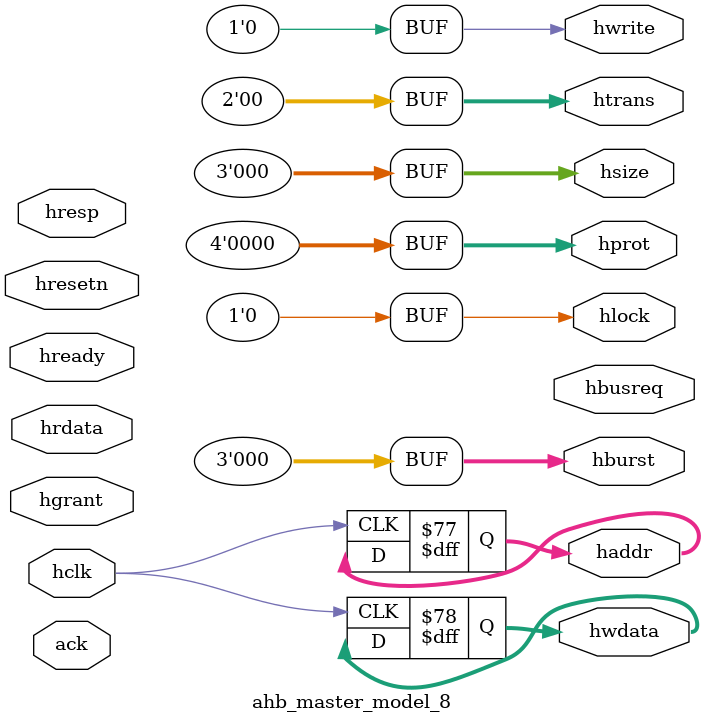
<source format=v>
`include "timescale.v"

module ahb_master_model_8(hclk,hresetn,hlock,haddr,hburst,hbusreq,hgrant,hprot,hrdata,hready,hresp,hsize,htrans,hwdata,hwrite,ack);
   parameter dwidth=32;
   parameter awidth=32;

   input hclk,hresetn;
   output [awidth-1:0] haddr;
   output [2:0]        hburst;
   output 	       hbusreq;
   input 	       hgrant;
   output 	       hlock;
   output [3:0]        hprot;
   input [dwidth-1:0]  hrdata;
   input 	       hready;
   input [1:0] 	       hresp;
   output [2:0]        hsize;
   output [1:0]        htrans;
   output [dwidth-1:0] hwdata;
   output 	       hwrite;
   input 	       ack;
   

   reg 		       trans;
   reg 		       delay;
   reg 		       count;
   reg [dwidth-1:0]    q;
   reg [awidth-1:0]    haddr;
   reg [2:0] 	       hburst;
   //reg hbusreq;
   reg 		       hlock;
   reg [3:0] 	       hprot;
   reg [2:0] 	       hsize;
   reg [1:0] 	       htrans;
   reg [dwidth-1:0]    hwdata;
   wire [awidth-1:0]   a;
   wire [dwidth-1:0]   d;
   reg [dwidth-1:0]    rdata;
   reg 		       hwrite;
   
   wire [dwidth-1:0]   hrdata;
   reg [31:0] 	       pre_add;
   reg [31:0] 	       next_add;
   reg [31:0] 	       latch_addr;
   //reg ack;

   parameter single = 3'b000;
   parameter incr = 3'b100;

   parameter okay =  2'b00,
     error = 2'b01,
     split = 2'b10,
     retry = 2'b11;

   parameter Burst_size_4 = 3'b000,
     Burst_size_8 = 3'b001,
     Burst_size_16 = 3'b010;

   /*  parameter PRER_LO = 3'b000;
    parameter PRER_HI = 3'b001;
    parameter CTR     = 3'b010;
    parameter RXR     = 3'b011;
    parameter TXR     = 3'b011;
    parameter CR      = 3'b100;
    parameter SR      = 3'b100;
    */
   initial
     begin

	haddr = {awidth{1'b0}};
	hburst = single;
	hlock = 1'b0 ;
	hprot = 4'b0000;
	hwdata = {dwidth{1'bx}} ;
	hsize = Burst_size_4;
	htrans = 2'b00 ;
	hwrite = 1'b0 ;
	$display("\n Info : ahb_master_model instantiated (%m) \n");
	
     end 

   always @(posedge hclk)
     begin
	if(hwrite == 1 )
	  begin
	     count = 0;
	     case({htrans})
	       2'b00: begin
		  if(hready == 1 && hresp == 0 )
		    begin
		       haddr = a;
		       hwdata = d;
		    end
	       end
	       2'b01:;
	       2'b10:;
	       2'b11:;
	       
	     endcase // case ({htrans})
	  end // if (hwrite == 1)
	if (hwrite == 0 )
	  begin
	     count = 0;
	     case({htrans})
	       2'b00:begin
		  if(!hready)
		    begin
		       rdata = hrdata;
		    end
	       end
	     endcase // case ({htrans})
	  end // if (hwrite == 0 )
     end  
endmodule // ahb_master_model_8






/*
 

 task ahb_write(input delay,input [awidth-1:0] a,input [dwidth-1:0] d);

 begin
 assign hwrite = 1'b1;

 repeat(delay) @(posedge hclk )  // first cycle sending address and control info.
 haddr= a;
 htrans= 2'b00;
 hburst= hburst ? single : incr ;
 hsize = Burst_size_4;
 
 // $display(" haddr given in sending address+control_info in write cycle =%h,,%b,%b,%b",haddr,htrans,hsize,hburst);

 if (hwrite == 1)
 begin
 count = 0;
 // $display("hwrite in write  and hready in write =%b,%b",hwrite,hready);
 case({htrans}) 
 2'b00: //Non-seq
 if( hready == 1 || hresp == okay)//try ||
 begin
 //  if(hburst == single)
 //  @(posedge hclk)
 haddr = a;
 hwdata=d;
 $display("haddr fo non-seq=%h and hwdata fo non-seq =%h",haddr, hwdata);
		    end 
 2'b01: ;
 2'b10: ;
 2'b11: ;

	      endcase
	   end
      end
   endtask


 task ahb_read(input delay,input [awidth-1:0] a,input [dwidth-1:0] d);
 begin
 assign hwrite = 1'b0;
 begin
 @(posedge hclk)  // first cycle sending address and control info.
 haddr=a;
 htrans= 2'b00;
 // hburst= hburst ? single : incr ;
 //hsize = Burst_size_4;
 //$display(" haddr given in sending address+control_info in read cycle=%h,%b,%b",a,htrans,hburst,hsize);

 if (hwrite == 0 && hready == 1)  //hready should be 1
 // begin
 count = 0; 
 //   $display("hwrite in read=%b, hready in read=%b", hwrite, hready);
 
 case ({htrans})
 2'b00: //non-seq
 if(hready) // not hready

 begin  
 //  $display("hready in read cycle");
 d = hrdata;
 $display("data on hrdata:non-seq =%h",d);       
		  end
 else if(!hready)
 begin 
 d=32'h00000000;
		  end
 2'b01: ;
 2'b10: ;
 2'b11: ;
	    endcase
	 end
      end
   endtask

 task ahb_cmp(input delay,input [awidth-1:0] a,input [dwidth-1:0] d_exp);
 begin
 @(posedge hclk)
 ahb_read (delay,a,q);
 $display(" in compare cycle :a1=%h,d_exp=%h",a,d_exp);
 if (d_exp !== q)
 begin
 $display("Data compare error.Recieved %h, expected %h at time %t", q,d_exp,$time);
	   end
      end
   endtask 
 

 /*always @(posedge hclk)
  begin
  case({haddr[2:0]})
  3'b000 : begin  haddr[2:0] = 3'b001; end
  3'b001: begin  haddr[2:0]  = 3'b010;  end 
  3'b010: begin   haddr[2:0] =  3'b011 ;          end
  3'b011: begin   haddr[2:0] =  3'b100 ; end
  3'b100: begin   haddr[2:0] = 3'b101; end
  3'b101: begin haddr[2:0]  = 3'b110; end
  3'b110: begin haddr[2:0]  = 3'b111; end
  3'b111: begin haddr[2:0] =  3'b000; end
  

endcase
end*/

</source>
